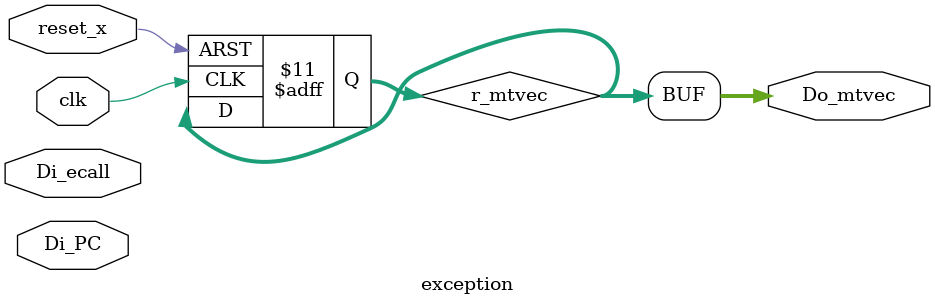
<source format=v>
module exception (
  // from test
  input clk, reset_x,
  // from datapath
  input [31:0] Di_PC,
  // from controller
  input Di_ecall,

  // to datapath
  output [31:0] Do_mtvec
);

  assign Do_mtvec = r_mtvec;


  /* CSRs part */
  reg [31:0] r_mepc, r_mcause, r_mtvec;
  reg r_mstatusb3MIE, r_mstatusb7MPIE; // MIE, MPIE

  always @(posedge clk, negedge reset_x) begin
    if (!reset_x) begin
      r_mepc <= 32'b0;
      r_mcause <= 32'b0;
      r_mtvec <= 32'b0;
      r_mstatusb3MIE <= 1'b1;
      r_mstatusb7MPIE <= 1'b1;
    end
    else if (Di_ecall) begin
        r_mepc <= Di_PC; 
        r_mcause <= 32'b0_000_0000_0000_0000_0000_0000_0000_1011; // 0 : 11 
        r_mstatusb3MIE <= 1'b0;
    end
  end
  /* end of CSRs */


endmodule
</source>
